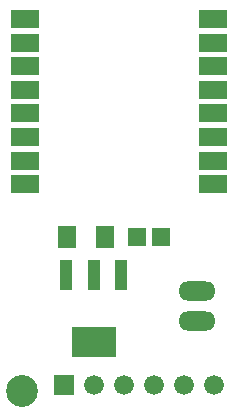
<source format=gbs>
G04 Layer: BottomSolderMaskLayer*
G04 EasyEDA v6.5.51, 2025-11-13 11:14:40*
G04 bf1f3799a3224107ae82f300eded96c1,09fcd8053ca944d09a55be336b12f992,10*
G04 Gerber Generator version 0.2*
G04 Scale: 100 percent, Rotated: No, Reflected: No *
G04 Dimensions in millimeters *
G04 leading zeros omitted , absolute positions ,4 integer and 5 decimal *
%FSLAX45Y45*%
%MOMM*%

%AMMACRO1*4,1,8,-0.7262,-0.7258,-0.7559,-0.6958,-0.7559,0.6961,-0.7262,0.7258,0.7259,0.7258,0.7559,0.6961,0.7559,-0.6958,0.7259,-0.7258,-0.7262,-0.7258,0*%
%AMMACRO2*4,1,8,-0.7261,-0.7258,-0.7558,-0.6958,-0.7558,0.6961,-0.7261,0.7258,0.7258,0.7258,0.7558,0.6961,0.7558,-0.6958,0.7258,-0.7258,-0.7261,-0.7258,0*%
%AMMACRO3*4,1,8,-1.1212,-0.7508,-1.1509,-0.7209,-1.1509,0.7211,-1.1212,0.7508,1.1209,0.7508,1.1509,0.7211,1.1509,-0.7209,1.1209,-0.7508,-1.1212,-0.7508,0*%
%AMMACRO4*4,1,8,-0.511,-1.2859,-0.5408,-1.2559,-0.5408,1.2562,-0.511,1.2859,0.5108,1.2859,0.5408,1.2562,0.5408,-1.2559,0.5108,-1.2859,-0.511,-1.2859,0*%
%AMMACRO5*4,1,8,-1.8212,-1.2859,-1.8509,-1.2559,-1.8509,1.2562,-1.8212,1.2859,1.8209,1.2859,1.8509,1.2562,1.8509,-1.2559,1.8209,-1.2859,-1.8212,-1.2859,0*%
%AMMACRO6*4,1,8,-0.7637,-0.9149,-0.7934,-0.8849,-0.7934,0.8852,-0.7637,0.9149,0.7634,0.9149,0.7934,0.8852,0.7934,-0.8849,0.7634,-0.9149,-0.7637,-0.9149,0*%
%AMMACRO7*4,1,8,-0.7635,-0.9149,-0.7932,-0.8849,-0.7932,0.8852,-0.7635,0.9149,0.7633,0.9149,0.7932,0.8852,0.7932,-0.8849,0.7633,-0.9149,-0.7635,-0.9149,0*%
%AMMACRO8*4,1,8,-0.8085,-0.8382,-0.8382,-0.8082,-0.8382,0.8085,-0.8085,0.8382,0.8082,0.8382,0.8382,0.8085,0.8382,-0.8082,0.8082,-0.8382,-0.8085,-0.8382,0*%
%ADD10MACRO1*%
%ADD11MACRO2*%
%ADD12MACRO3*%
%ADD13MACRO4*%
%ADD14MACRO5*%
%ADD15MACRO6*%
%ADD16MACRO7*%
%ADD17C,2.7032*%
%ADD18C,0.0120*%
%ADD19C,1.6764*%
%ADD20MACRO8*%
%ADD21O,3.1496X1.6256*%

%LPD*%
D10*
G01*
X1284300Y-2057412D03*
D11*
G01*
X1484312Y-2057412D03*
D12*
G01*
X1930298Y-214401D03*
G01*
X1930298Y-414401D03*
G01*
X1930298Y-614400D03*
G01*
X1930298Y-814400D03*
G01*
X1930298Y-1014399D03*
G01*
X1930298Y-1214399D03*
G01*
X1930298Y-1414398D03*
G01*
X1930298Y-1614398D03*
G01*
X330301Y-1614398D03*
G01*
X330301Y-1414398D03*
G01*
X330301Y-1214399D03*
G01*
X330301Y-1014399D03*
G01*
X330301Y-814400D03*
G01*
X330301Y-614400D03*
G01*
X330301Y-414553D03*
G01*
X330301Y-214401D03*
D13*
G01*
X684402Y-2383497D03*
G01*
X914400Y-2383497D03*
G01*
X1144397Y-2383497D03*
D14*
G01*
X914400Y-2950502D03*
D15*
G01*
X691654Y-2057400D03*
D16*
G01*
X1010157Y-2057400D03*
D17*
G01*
X304800Y-3365500D03*
D19*
G01*
X1930400Y-3314700D03*
G01*
X1676400Y-3314700D03*
G01*
X1422400Y-3314700D03*
G01*
X1168400Y-3314700D03*
G01*
X914400Y-3314700D03*
D20*
G01*
X660400Y-3314700D03*
D21*
G01*
X1790700Y-2768600D03*
G01*
X1790700Y-2514600D03*
M02*

</source>
